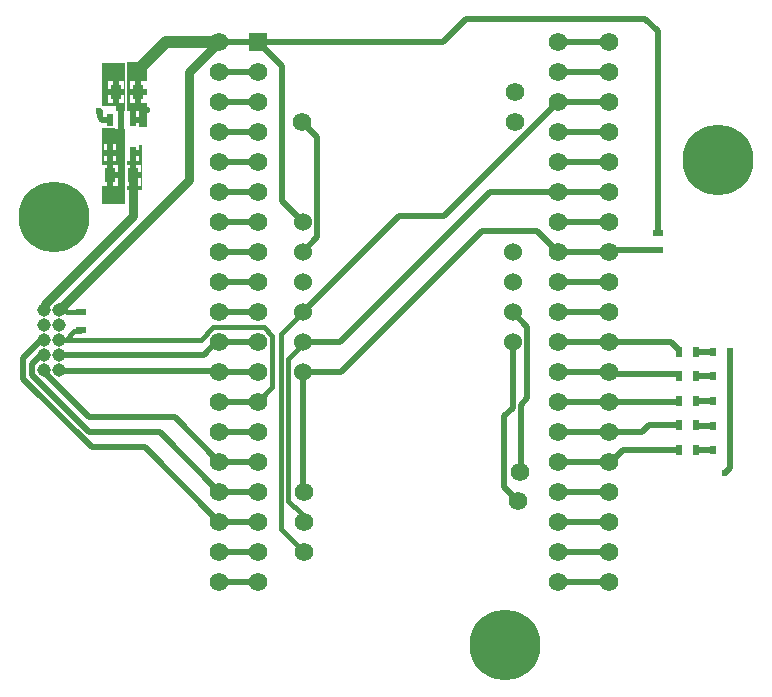
<source format=gtl>
G04*
G04 #@! TF.GenerationSoftware,Altium Limited,Altium Designer,21.2.0 (30)*
G04*
G04 Layer_Physical_Order=1*
G04 Layer_Color=255*
%FSLAX44Y44*%
%MOMM*%
G71*
G04*
G04 #@! TF.SameCoordinates,24290CB3-EA7C-4BBA-8A3B-F1FFB41C3431*
G04*
G04*
G04 #@! TF.FilePolarity,Positive*
G04*
G01*
G75*
%ADD14R,0.9000X0.6000*%
%ADD15R,0.6000X0.8000*%
%ADD16R,0.6000X0.9000*%
%ADD17R,0.5080X0.9977*%
%ADD18R,0.9000X1.3000*%
%ADD31C,0.4000*%
%ADD32C,0.8000*%
%ADD33C,0.5000*%
%ADD34C,1.0000*%
%ADD35C,1.5600*%
%ADD36C,1.5240*%
%ADD37R,1.5600X1.5600*%
%ADD38C,1.1430*%
%ADD39C,6.0000*%
%ADD40C,1.0000*%
%ADD41C,0.6000*%
G36*
X753750Y1157750D02*
X746760D01*
Y1160688D01*
X741680D01*
Y1163229D01*
X739140D01*
Y1170757D01*
X737250D01*
Y1212000D01*
X753750D01*
Y1157750D01*
D02*
G37*
G36*
X735178Y1170757D02*
X734720D01*
Y1163229D01*
Y1155700D01*
X735250D01*
Y1124876D01*
X735148D01*
Y1107812D01*
X735250D01*
Y1092250D01*
X715750D01*
Y1107305D01*
X720140D01*
Y1116345D01*
Y1125384D01*
X715750D01*
Y1156250D01*
X718108D01*
Y1156208D01*
X727100D01*
Y1155700D01*
X729640D01*
Y1163229D01*
Y1170757D01*
X727500D01*
Y1175000D01*
X716866D01*
X716350Y1175516D01*
X716000Y1175661D01*
Y1211750D01*
X735178D01*
Y1170757D01*
D02*
G37*
G36*
X749500Y1103750D02*
X737322D01*
Y1107305D01*
X739140D01*
Y1116345D01*
Y1125384D01*
X737322D01*
Y1128197D01*
X739140D01*
Y1135725D01*
X741680D01*
Y1138265D01*
X746760D01*
Y1141750D01*
X749500D01*
Y1103750D01*
D02*
G37*
%LPC*%
G36*
X753540Y1196040D02*
X749040D01*
Y1189540D01*
X753540D01*
Y1196040D01*
D02*
G37*
G36*
X743960D02*
X739460D01*
Y1189540D01*
X743960D01*
Y1196040D01*
D02*
G37*
G36*
X753540Y1184460D02*
X749040D01*
Y1177960D01*
X753540D01*
Y1184460D01*
D02*
G37*
G36*
X743960D02*
X739460D01*
Y1177960D01*
X743960D01*
Y1184460D01*
D02*
G37*
G36*
X746760Y1170757D02*
X744220D01*
Y1165769D01*
X746760D01*
Y1170757D01*
D02*
G37*
G36*
X734540Y1196040D02*
X730040D01*
Y1189540D01*
X734540D01*
Y1196040D01*
D02*
G37*
G36*
X724960D02*
X720460D01*
Y1189540D01*
X724960D01*
Y1196040D01*
D02*
G37*
G36*
X734540Y1184460D02*
X730040D01*
Y1177960D01*
X734540D01*
Y1184460D01*
D02*
G37*
G36*
X724960D02*
X720460D01*
Y1177960D01*
X724960D01*
Y1184460D01*
D02*
G37*
G36*
X727760Y1143254D02*
X725220D01*
Y1138265D01*
X727760D01*
Y1143254D01*
D02*
G37*
G36*
X720140D02*
X717600D01*
Y1138265D01*
X720140D01*
Y1143254D01*
D02*
G37*
G36*
X727760Y1133185D02*
X725220D01*
Y1128197D01*
X727760D01*
Y1133185D01*
D02*
G37*
G36*
X720140D02*
X717600D01*
Y1128197D01*
X720140D01*
Y1133185D01*
D02*
G37*
G36*
X729720Y1125384D02*
X725220D01*
Y1118885D01*
X729720D01*
Y1125384D01*
D02*
G37*
G36*
Y1113804D02*
X725220D01*
Y1107305D01*
X729720D01*
Y1113804D01*
D02*
G37*
G36*
X746760Y1133185D02*
X744220D01*
Y1128197D01*
X746760D01*
Y1133185D01*
D02*
G37*
G36*
X748720Y1125384D02*
X744220D01*
Y1118885D01*
X748720D01*
Y1125384D01*
D02*
G37*
G36*
Y1113804D02*
X744220D01*
Y1107305D01*
X748720D01*
Y1113804D01*
D02*
G37*
%LPD*%
D14*
X1186180Y1067950D02*
D03*
Y1052950D02*
D03*
X698000Y1000750D02*
D03*
Y985750D02*
D03*
D15*
X1247534Y925429D02*
D03*
X1233034D02*
D03*
X1247534Y946300D02*
D03*
X1233034D02*
D03*
X1247534Y883687D02*
D03*
X1233034D02*
D03*
X1247534Y904558D02*
D03*
X1233034D02*
D03*
X1247534Y967170D02*
D03*
X1233034D02*
D03*
D16*
X1204000Y967240D02*
D03*
X1219000D02*
D03*
X1204000Y883757D02*
D03*
X1219000D02*
D03*
X1204000Y904628D02*
D03*
X1219000D02*
D03*
X1204000Y946369D02*
D03*
X1219000D02*
D03*
X1204000Y925499D02*
D03*
X1219000D02*
D03*
D17*
X741680Y1135725D02*
D03*
X722680D02*
D03*
Y1163229D02*
D03*
X732180D02*
D03*
X741680D02*
D03*
D18*
Y1116345D02*
D03*
X722680D02*
D03*
X727500Y1187000D02*
D03*
X746500D02*
D03*
D31*
X681172Y1001228D02*
X685340D01*
X685808Y1000760D02*
X697990D01*
X698000Y1000750D01*
X685340Y1001228D02*
X685808Y1000760D01*
X679750Y1002650D02*
X681172Y1001228D01*
X685000Y977250D02*
X692500Y984750D01*
X685000Y977250D02*
X799713D01*
X692500Y984750D02*
X697000D01*
X679750Y977250D02*
X685000D01*
X697000Y984750D02*
X698000Y985750D01*
X810123Y987660D02*
X852585D01*
X799713Y977250D02*
X810123Y987660D01*
X852585D02*
X859790Y980455D01*
Y936860D02*
Y980455D01*
X847490Y924560D02*
X859790Y936860D01*
X866980Y982150D02*
X885590Y1000760D01*
X866980Y817040D02*
Y982150D01*
X885590Y973363D02*
Y975360D01*
X873470Y841013D02*
Y961243D01*
X885590Y973363D01*
X866980Y817040D02*
X886460Y797560D01*
X873470Y841013D02*
X884240Y830243D01*
Y825180D02*
Y830243D01*
Y825180D02*
X886460Y822960D01*
D32*
X679750Y1002650D02*
X789358Y1112258D01*
Y1203500D01*
X741680Y1081855D02*
Y1116345D01*
X667535Y1007710D02*
X741680Y1081855D01*
X667050Y1002650D02*
X667535Y1003135D01*
Y1007710D01*
X789358Y1203500D02*
X815218Y1229360D01*
D33*
X847490Y975360D02*
X848360D01*
X815218D02*
X847490D01*
Y949960D02*
X848360D01*
X815218D02*
X847490D01*
Y873760D02*
X848360D01*
X815218D02*
X847490D01*
Y848360D02*
X848360D01*
X815218D02*
X847490D01*
Y822960D02*
X848360D01*
X815218D02*
X847490D01*
X1102360Y1203960D02*
X1145417D01*
X1102360Y1178560D02*
X1145417D01*
X815218Y1203960D02*
X848360D01*
X1102360Y1153160D02*
X1145417D01*
X815218Y1178560D02*
X848360D01*
X1102360Y1127760D02*
X1145417D01*
X815218Y1153160D02*
X848360D01*
X1102360Y1102360D02*
X1145417D01*
X815218Y1127760D02*
X848360D01*
X815218Y1102360D02*
X848360D01*
X1102360Y1051560D02*
X1145417D01*
X815218Y1076960D02*
X848360D01*
X1102360Y1026160D02*
X1145417D01*
X815218Y1051560D02*
X848360D01*
X1102360Y1000760D02*
X1145417D01*
X815218Y1026160D02*
X848360D01*
X1102360Y975360D02*
X1145417D01*
X815218Y1000760D02*
X848360D01*
X1102360Y949960D02*
X1145417D01*
X1102360Y924560D02*
X1145417D01*
X1102360Y899160D02*
X1145417D01*
X1102360Y873760D02*
X1145417D01*
X1102360Y848360D02*
X1145417D01*
X1102360Y822960D02*
X1145417D01*
X1102360Y797560D02*
X1145417D01*
X1102360Y772160D02*
X1145417D01*
X815218Y797560D02*
X848360D01*
X815218Y772160D02*
X848360D01*
X815218Y1229360D02*
X847490D01*
X1102360D02*
X1145417D01*
X1102360Y1076960D02*
X1145417D01*
X815218Y899160D02*
X848360D01*
X679750Y964550D02*
X801929D01*
X812739Y975360D02*
X815218D01*
X801929Y964550D02*
X812739Y975360D01*
X886460Y797560D02*
X890412Y793609D01*
X886460Y797560D02*
X886460D01*
X815218Y924560D02*
X847490D01*
X680695Y950905D02*
X814273D01*
X815218Y949960D01*
X679750Y951850D02*
X680695Y950905D01*
X704847Y911600D02*
X777377D01*
X667050Y951850D02*
X668280Y950620D01*
X777377Y911600D02*
X815218Y873760D01*
X668280Y948166D02*
X704847Y911600D01*
X668280Y948166D02*
Y950620D01*
X706954Y886200D02*
X751977D01*
X665820Y963320D02*
X667050Y964550D01*
X663366Y963320D02*
X665820D01*
X656335Y956288D02*
X663366Y963320D01*
X656335Y947412D02*
Y956288D01*
Y947412D02*
X704847Y898900D01*
X764678D01*
X815218Y848360D01*
X648845Y944309D02*
X706954Y886200D01*
X648845Y944309D02*
Y961498D01*
X662612Y975265D01*
X663325D01*
X665310Y977250D01*
X667050D01*
X751977Y886200D02*
X815218Y822960D01*
X713500Y1171250D02*
X713691Y1171059D01*
Y1165466D02*
X715929Y1163229D01*
X722680D01*
X713691Y1165466D02*
Y1171059D01*
X1243179Y864084D02*
X1247534Y868438D01*
Y883687D01*
Y946300D02*
Y967170D01*
Y925429D02*
Y946300D01*
Y904558D02*
Y925429D01*
Y883687D02*
Y904558D01*
X1219035Y883722D02*
X1232999D01*
X1233034Y883687D01*
X1219000Y883757D02*
X1219035Y883722D01*
X1219000Y904628D02*
X1219035Y904593D01*
X1232999D01*
X1233034Y904558D01*
X1219035Y925464D02*
X1232999D01*
X1219000Y925499D02*
X1219035Y925464D01*
X1232999D02*
X1233034Y925429D01*
X1219035Y946335D02*
X1232999D01*
X1233034Y946300D01*
X1219000Y946369D02*
X1219035Y946335D01*
X1232999Y967205D02*
X1233034Y967170D01*
X1219000Y967240D02*
X1219035Y967205D01*
X1232999D01*
X1197380Y975360D02*
X1204000Y968740D01*
Y967240D02*
Y968740D01*
X1145417Y975360D02*
X1197380D01*
X1147213Y948165D02*
X1203500D01*
X1145417Y949960D02*
X1147213Y948165D01*
X1203500D02*
X1204000Y947665D01*
Y946369D02*
Y947665D01*
X1203500Y924560D02*
X1204000Y925060D01*
Y925499D01*
X1145417Y924560D02*
X1203500D01*
X1173159Y899160D02*
X1178627Y904628D01*
X1204000D01*
X1145417Y899160D02*
X1173159D01*
X1157058Y883757D02*
X1204000D01*
X1145417Y873760D02*
X1147061D01*
X1157058Y883757D01*
X967215Y1082385D02*
X1005315D01*
X1101490Y1178560D01*
X885590Y1000760D02*
X967215Y1082385D01*
X916940Y975360D02*
X1043940Y1102360D01*
X885590Y975360D02*
X916940D01*
X1043940Y1102360D02*
X1101490D01*
X885590Y949960D02*
X917890D01*
X1037271Y1069340D01*
X1083710D02*
X1101490Y1051560D01*
X1037271Y1069340D02*
X1083710D01*
X885590Y949960D02*
X886025Y949525D01*
X1145417Y1051560D02*
X1146807Y1052950D01*
X1186180D01*
X886025Y848360D02*
Y949525D01*
X1063390Y919504D02*
Y975360D01*
X1056540Y912654D02*
X1063390Y919504D01*
X1056540Y852270D02*
Y912654D01*
Y852270D02*
X1068070Y840740D01*
X1063390Y1000760D02*
X1076010Y988140D01*
Y927498D02*
Y988140D01*
X1070880Y866410D02*
Y922368D01*
X1076010Y927498D01*
X1069340Y864870D02*
X1070880Y866410D01*
X885480Y1161380D02*
X898210Y1148650D01*
Y1064180D02*
Y1148650D01*
X885590Y1051560D02*
X898210Y1064180D01*
X1186180Y1067950D02*
Y1238250D01*
X1175551Y1248879D02*
X1186180Y1238250D01*
X1023930Y1248879D02*
X1175551D01*
X1004411Y1229360D02*
X1023930Y1248879D01*
X847490Y1229360D02*
X1004411D01*
X868210Y1094340D02*
X885590Y1076960D01*
X868210Y1094340D02*
Y1208640D01*
X847490Y1229360D02*
X868210Y1208640D01*
D34*
X747000Y1206250D02*
X770110Y1229360D01*
X815218D01*
D35*
X886460Y797560D02*
D03*
Y822960D02*
D03*
Y848360D02*
D03*
X815218Y772160D02*
D03*
Y797560D02*
D03*
X1145417Y772160D02*
D03*
X815218Y822960D02*
D03*
X1145417Y797560D02*
D03*
X815218Y848360D02*
D03*
X1145417Y822960D02*
D03*
X815218Y873760D02*
D03*
X1145417Y848360D02*
D03*
X815218Y899160D02*
D03*
X1145417Y873760D02*
D03*
X815218Y924560D02*
D03*
X1145417Y899160D02*
D03*
X815218Y949960D02*
D03*
X1145417Y924560D02*
D03*
X815218Y975360D02*
D03*
X1145417Y949960D02*
D03*
X815218Y1000760D02*
D03*
X1145417Y975360D02*
D03*
X815218Y1026160D02*
D03*
X1145417Y1000760D02*
D03*
X815218Y1051560D02*
D03*
X1145417Y1026160D02*
D03*
X815218Y1076960D02*
D03*
X1145417Y1051560D02*
D03*
X815218Y1102360D02*
D03*
X1145417Y1076960D02*
D03*
X815218Y1127760D02*
D03*
X1145417Y1102360D02*
D03*
X815218Y1153160D02*
D03*
X1145417Y1127760D02*
D03*
X815218Y1178560D02*
D03*
X1145417Y1153160D02*
D03*
X815218Y1203960D02*
D03*
X1145417Y1178560D02*
D03*
X815218Y1229360D02*
D03*
X1145417D02*
D03*
Y1203960D02*
D03*
X1101490Y1076960D02*
D03*
Y1229360D02*
D03*
X847490Y822960D02*
D03*
Y848360D02*
D03*
Y873760D02*
D03*
Y899160D02*
D03*
Y924560D02*
D03*
Y949960D02*
D03*
Y975360D02*
D03*
Y772160D02*
D03*
Y797560D02*
D03*
X1101490Y772160D02*
D03*
Y797560D02*
D03*
Y822960D02*
D03*
Y848360D02*
D03*
Y873760D02*
D03*
Y899160D02*
D03*
Y924560D02*
D03*
Y949960D02*
D03*
X847490Y1000760D02*
D03*
X1101490Y975360D02*
D03*
X847490Y1026160D02*
D03*
X1101490Y1000760D02*
D03*
X847490Y1051560D02*
D03*
X1101490Y1026160D02*
D03*
X847490Y1076960D02*
D03*
X1101490Y1051560D02*
D03*
X847490Y1102360D02*
D03*
Y1127760D02*
D03*
X1101490Y1102360D02*
D03*
X847490Y1153160D02*
D03*
X1101490Y1127760D02*
D03*
X847490Y1178560D02*
D03*
X1101490Y1153160D02*
D03*
X847490Y1203960D02*
D03*
X1101490Y1178560D02*
D03*
Y1203960D02*
D03*
X1068070Y840740D02*
D03*
X1069340Y864870D02*
D03*
X885480Y1161380D02*
D03*
X1065820D02*
D03*
Y1186780D02*
D03*
D36*
X885590Y1026160D02*
D03*
Y1076960D02*
D03*
X1063390Y1051560D02*
D03*
Y1026160D02*
D03*
X885590Y1051560D02*
D03*
X1063390Y1000760D02*
D03*
Y975360D02*
D03*
X885590Y949960D02*
D03*
Y975360D02*
D03*
Y1000760D02*
D03*
D37*
X847490Y1229360D02*
D03*
D38*
X667050Y1002650D02*
D03*
Y951850D02*
D03*
X679750D02*
D03*
X667050Y964550D02*
D03*
X679750D02*
D03*
X667050Y977250D02*
D03*
X679750D02*
D03*
X667050Y989950D02*
D03*
X679750D02*
D03*
Y1002650D02*
D03*
D39*
X1056640Y718820D02*
D03*
X675000Y1081250D02*
D03*
X1237250Y1129750D02*
D03*
D40*
X724250Y1099250D02*
D03*
X724000Y1202500D02*
D03*
D41*
X713500Y1171250D02*
D03*
X753500Y1171750D02*
D03*
X1243179Y864084D02*
D03*
M02*

</source>
